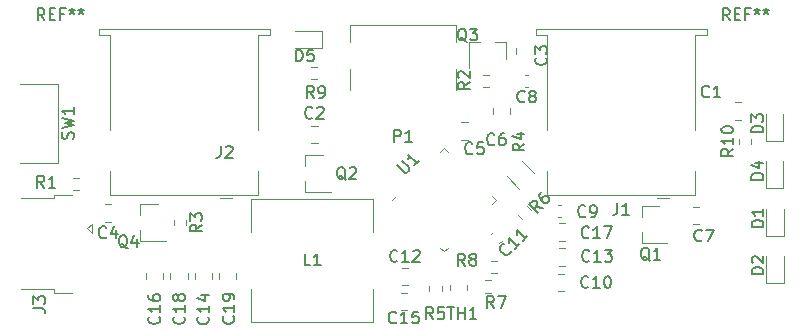
<source format=gbr>
%TF.GenerationSoftware,KiCad,Pcbnew,5.99.0-unknown-a8672dd2f9~128~ubuntu20.04.1*%
%TF.CreationDate,2021-05-09T18:34:14+01:00*%
%TF.ProjectId,usbpd_powerbank,75736270-645f-4706-9f77-657262616e6b,rev?*%
%TF.SameCoordinates,Original*%
%TF.FileFunction,Legend,Top*%
%TF.FilePolarity,Positive*%
%FSLAX46Y46*%
G04 Gerber Fmt 4.6, Leading zero omitted, Abs format (unit mm)*
G04 Created by KiCad (PCBNEW 5.99.0-unknown-a8672dd2f9~128~ubuntu20.04.1) date 2021-05-09 18:34:14*
%MOMM*%
%LPD*%
G01*
G04 APERTURE LIST*
%ADD10C,0.150000*%
%ADD11C,0.120000*%
G04 APERTURE END LIST*
D10*
%TO.C,C16*%
X84357142Y-84332857D02*
X84404761Y-84380476D01*
X84452380Y-84523333D01*
X84452380Y-84618571D01*
X84404761Y-84761428D01*
X84309523Y-84856666D01*
X84214285Y-84904285D01*
X84023809Y-84951904D01*
X83880952Y-84951904D01*
X83690476Y-84904285D01*
X83595238Y-84856666D01*
X83500000Y-84761428D01*
X83452380Y-84618571D01*
X83452380Y-84523333D01*
X83500000Y-84380476D01*
X83547619Y-84332857D01*
X84452380Y-83380476D02*
X84452380Y-83951904D01*
X84452380Y-83666190D02*
X83452380Y-83666190D01*
X83595238Y-83761428D01*
X83690476Y-83856666D01*
X83738095Y-83951904D01*
X83452380Y-82523333D02*
X83452380Y-82713809D01*
X83500000Y-82809047D01*
X83547619Y-82856666D01*
X83690476Y-82951904D01*
X83880952Y-82999523D01*
X84261904Y-82999523D01*
X84357142Y-82951904D01*
X84404761Y-82904285D01*
X84452380Y-82809047D01*
X84452380Y-82618571D01*
X84404761Y-82523333D01*
X84357142Y-82475714D01*
X84261904Y-82428095D01*
X84023809Y-82428095D01*
X83928571Y-82475714D01*
X83880952Y-82523333D01*
X83833333Y-82618571D01*
X83833333Y-82809047D01*
X83880952Y-82904285D01*
X83928571Y-82951904D01*
X84023809Y-82999523D01*
%TO.C,C3*%
X117117142Y-62406666D02*
X117164761Y-62454285D01*
X117212380Y-62597142D01*
X117212380Y-62692380D01*
X117164761Y-62835238D01*
X117069523Y-62930476D01*
X116974285Y-62978095D01*
X116783809Y-63025714D01*
X116640952Y-63025714D01*
X116450476Y-62978095D01*
X116355238Y-62930476D01*
X116260000Y-62835238D01*
X116212380Y-62692380D01*
X116212380Y-62597142D01*
X116260000Y-62454285D01*
X116307619Y-62406666D01*
X116212380Y-62073333D02*
X116212380Y-61454285D01*
X116593333Y-61787619D01*
X116593333Y-61644761D01*
X116640952Y-61549523D01*
X116688571Y-61501904D01*
X116783809Y-61454285D01*
X117021904Y-61454285D01*
X117117142Y-61501904D01*
X117164761Y-61549523D01*
X117212380Y-61644761D01*
X117212380Y-61930476D01*
X117164761Y-62025714D01*
X117117142Y-62073333D01*
%TO.C,Q4*%
X81694761Y-78557619D02*
X81599523Y-78510000D01*
X81504285Y-78414761D01*
X81361428Y-78271904D01*
X81266190Y-78224285D01*
X81170952Y-78224285D01*
X81218571Y-78462380D02*
X81123333Y-78414761D01*
X81028095Y-78319523D01*
X80980476Y-78129047D01*
X80980476Y-77795714D01*
X81028095Y-77605238D01*
X81123333Y-77510000D01*
X81218571Y-77462380D01*
X81409047Y-77462380D01*
X81504285Y-77510000D01*
X81599523Y-77605238D01*
X81647142Y-77795714D01*
X81647142Y-78129047D01*
X81599523Y-78319523D01*
X81504285Y-78414761D01*
X81409047Y-78462380D01*
X81218571Y-78462380D01*
X82504285Y-77795714D02*
X82504285Y-78462380D01*
X82266190Y-77414761D02*
X82028095Y-78129047D01*
X82647142Y-78129047D01*
%TO.C,R6*%
X116832030Y-75127732D02*
X116259610Y-75026717D01*
X116427969Y-75531793D02*
X115720862Y-74824687D01*
X115990236Y-74555312D01*
X116091251Y-74521641D01*
X116158595Y-74521641D01*
X116259610Y-74555312D01*
X116360625Y-74656328D01*
X116394297Y-74757343D01*
X116394297Y-74824687D01*
X116360625Y-74925702D01*
X116091251Y-75195076D01*
X116731015Y-73814534D02*
X116596328Y-73949221D01*
X116562656Y-74050236D01*
X116562656Y-74117580D01*
X116596328Y-74285938D01*
X116697343Y-74454297D01*
X116966717Y-74723671D01*
X117067732Y-74757343D01*
X117135076Y-74757343D01*
X117236091Y-74723671D01*
X117370778Y-74588984D01*
X117404450Y-74487969D01*
X117404450Y-74420625D01*
X117370778Y-74319610D01*
X117202419Y-74151251D01*
X117101404Y-74117580D01*
X117034061Y-74117580D01*
X116933045Y-74151251D01*
X116798358Y-74285938D01*
X116764687Y-74386954D01*
X116764687Y-74454297D01*
X116798358Y-74555312D01*
%TO.C,C9*%
X120453333Y-75827142D02*
X120405714Y-75874761D01*
X120262857Y-75922380D01*
X120167619Y-75922380D01*
X120024761Y-75874761D01*
X119929523Y-75779523D01*
X119881904Y-75684285D01*
X119834285Y-75493809D01*
X119834285Y-75350952D01*
X119881904Y-75160476D01*
X119929523Y-75065238D01*
X120024761Y-74970000D01*
X120167619Y-74922380D01*
X120262857Y-74922380D01*
X120405714Y-74970000D01*
X120453333Y-75017619D01*
X120929523Y-75922380D02*
X121120000Y-75922380D01*
X121215238Y-75874761D01*
X121262857Y-75827142D01*
X121358095Y-75684285D01*
X121405714Y-75493809D01*
X121405714Y-75112857D01*
X121358095Y-75017619D01*
X121310476Y-74970000D01*
X121215238Y-74922380D01*
X121024761Y-74922380D01*
X120929523Y-74970000D01*
X120881904Y-75017619D01*
X120834285Y-75112857D01*
X120834285Y-75350952D01*
X120881904Y-75446190D01*
X120929523Y-75493809D01*
X121024761Y-75541428D01*
X121215238Y-75541428D01*
X121310476Y-75493809D01*
X121358095Y-75446190D01*
X121405714Y-75350952D01*
%TO.C,R7*%
X112713333Y-83622380D02*
X112380000Y-83146190D01*
X112141904Y-83622380D02*
X112141904Y-82622380D01*
X112522857Y-82622380D01*
X112618095Y-82670000D01*
X112665714Y-82717619D01*
X112713333Y-82812857D01*
X112713333Y-82955714D01*
X112665714Y-83050952D01*
X112618095Y-83098571D01*
X112522857Y-83146190D01*
X112141904Y-83146190D01*
X113046666Y-82622380D02*
X113713333Y-82622380D01*
X113284761Y-83622380D01*
%TO.C,D4*%
X135522380Y-72738095D02*
X134522380Y-72738095D01*
X134522380Y-72500000D01*
X134570000Y-72357142D01*
X134665238Y-72261904D01*
X134760476Y-72214285D01*
X134950952Y-72166666D01*
X135093809Y-72166666D01*
X135284285Y-72214285D01*
X135379523Y-72261904D01*
X135474761Y-72357142D01*
X135522380Y-72500000D01*
X135522380Y-72738095D01*
X134855714Y-71309523D02*
X135522380Y-71309523D01*
X134474761Y-71547619D02*
X135189047Y-71785714D01*
X135189047Y-71166666D01*
%TO.C,C7*%
X130313333Y-77877142D02*
X130265714Y-77924761D01*
X130122857Y-77972380D01*
X130027619Y-77972380D01*
X129884761Y-77924761D01*
X129789523Y-77829523D01*
X129741904Y-77734285D01*
X129694285Y-77543809D01*
X129694285Y-77400952D01*
X129741904Y-77210476D01*
X129789523Y-77115238D01*
X129884761Y-77020000D01*
X130027619Y-76972380D01*
X130122857Y-76972380D01*
X130265714Y-77020000D01*
X130313333Y-77067619D01*
X130646666Y-76972380D02*
X131313333Y-76972380D01*
X130884761Y-77972380D01*
%TO.C,C17*%
X120757142Y-77607142D02*
X120709523Y-77654761D01*
X120566666Y-77702380D01*
X120471428Y-77702380D01*
X120328571Y-77654761D01*
X120233333Y-77559523D01*
X120185714Y-77464285D01*
X120138095Y-77273809D01*
X120138095Y-77130952D01*
X120185714Y-76940476D01*
X120233333Y-76845238D01*
X120328571Y-76750000D01*
X120471428Y-76702380D01*
X120566666Y-76702380D01*
X120709523Y-76750000D01*
X120757142Y-76797619D01*
X121709523Y-77702380D02*
X121138095Y-77702380D01*
X121423809Y-77702380D02*
X121423809Y-76702380D01*
X121328571Y-76845238D01*
X121233333Y-76940476D01*
X121138095Y-76988095D01*
X122042857Y-76702380D02*
X122709523Y-76702380D01*
X122280952Y-77702380D01*
%TO.C,C1*%
X130943333Y-65687142D02*
X130895714Y-65734761D01*
X130752857Y-65782380D01*
X130657619Y-65782380D01*
X130514761Y-65734761D01*
X130419523Y-65639523D01*
X130371904Y-65544285D01*
X130324285Y-65353809D01*
X130324285Y-65210952D01*
X130371904Y-65020476D01*
X130419523Y-64925238D01*
X130514761Y-64830000D01*
X130657619Y-64782380D01*
X130752857Y-64782380D01*
X130895714Y-64830000D01*
X130943333Y-64877619D01*
X131895714Y-65782380D02*
X131324285Y-65782380D01*
X131610000Y-65782380D02*
X131610000Y-64782380D01*
X131514761Y-64925238D01*
X131419523Y-65020476D01*
X131324285Y-65068095D01*
%TO.C,C10*%
X120707142Y-81807142D02*
X120659523Y-81854761D01*
X120516666Y-81902380D01*
X120421428Y-81902380D01*
X120278571Y-81854761D01*
X120183333Y-81759523D01*
X120135714Y-81664285D01*
X120088095Y-81473809D01*
X120088095Y-81330952D01*
X120135714Y-81140476D01*
X120183333Y-81045238D01*
X120278571Y-80950000D01*
X120421428Y-80902380D01*
X120516666Y-80902380D01*
X120659523Y-80950000D01*
X120707142Y-80997619D01*
X121659523Y-81902380D02*
X121088095Y-81902380D01*
X121373809Y-81902380D02*
X121373809Y-80902380D01*
X121278571Y-81045238D01*
X121183333Y-81140476D01*
X121088095Y-81188095D01*
X122278571Y-80902380D02*
X122373809Y-80902380D01*
X122469047Y-80950000D01*
X122516666Y-80997619D01*
X122564285Y-81092857D01*
X122611904Y-81283333D01*
X122611904Y-81521428D01*
X122564285Y-81711904D01*
X122516666Y-81807142D01*
X122469047Y-81854761D01*
X122373809Y-81902380D01*
X122278571Y-81902380D01*
X122183333Y-81854761D01*
X122135714Y-81807142D01*
X122088095Y-81711904D01*
X122040476Y-81521428D01*
X122040476Y-81283333D01*
X122088095Y-81092857D01*
X122135714Y-80997619D01*
X122183333Y-80950000D01*
X122278571Y-80902380D01*
%TO.C,C2*%
X97353333Y-67487142D02*
X97305714Y-67534761D01*
X97162857Y-67582380D01*
X97067619Y-67582380D01*
X96924761Y-67534761D01*
X96829523Y-67439523D01*
X96781904Y-67344285D01*
X96734285Y-67153809D01*
X96734285Y-67010952D01*
X96781904Y-66820476D01*
X96829523Y-66725238D01*
X96924761Y-66630000D01*
X97067619Y-66582380D01*
X97162857Y-66582380D01*
X97305714Y-66630000D01*
X97353333Y-66677619D01*
X97734285Y-66677619D02*
X97781904Y-66630000D01*
X97877142Y-66582380D01*
X98115238Y-66582380D01*
X98210476Y-66630000D01*
X98258095Y-66677619D01*
X98305714Y-66772857D01*
X98305714Y-66868095D01*
X98258095Y-67010952D01*
X97686666Y-67582380D01*
X98305714Y-67582380D01*
%TO.C,D2*%
X135542380Y-80738095D02*
X134542380Y-80738095D01*
X134542380Y-80500000D01*
X134590000Y-80357142D01*
X134685238Y-80261904D01*
X134780476Y-80214285D01*
X134970952Y-80166666D01*
X135113809Y-80166666D01*
X135304285Y-80214285D01*
X135399523Y-80261904D01*
X135494761Y-80357142D01*
X135542380Y-80500000D01*
X135542380Y-80738095D01*
X134637619Y-79785714D02*
X134590000Y-79738095D01*
X134542380Y-79642857D01*
X134542380Y-79404761D01*
X134590000Y-79309523D01*
X134637619Y-79261904D01*
X134732857Y-79214285D01*
X134828095Y-79214285D01*
X134970952Y-79261904D01*
X135542380Y-79833333D01*
X135542380Y-79214285D01*
%TO.C,Q3*%
X110404761Y-61057619D02*
X110309523Y-61010000D01*
X110214285Y-60914761D01*
X110071428Y-60771904D01*
X109976190Y-60724285D01*
X109880952Y-60724285D01*
X109928571Y-60962380D02*
X109833333Y-60914761D01*
X109738095Y-60819523D01*
X109690476Y-60629047D01*
X109690476Y-60295714D01*
X109738095Y-60105238D01*
X109833333Y-60010000D01*
X109928571Y-59962380D01*
X110119047Y-59962380D01*
X110214285Y-60010000D01*
X110309523Y-60105238D01*
X110357142Y-60295714D01*
X110357142Y-60629047D01*
X110309523Y-60819523D01*
X110214285Y-60914761D01*
X110119047Y-60962380D01*
X109928571Y-60962380D01*
X110690476Y-59962380D02*
X111309523Y-59962380D01*
X110976190Y-60343333D01*
X111119047Y-60343333D01*
X111214285Y-60390952D01*
X111261904Y-60438571D01*
X111309523Y-60533809D01*
X111309523Y-60771904D01*
X111261904Y-60867142D01*
X111214285Y-60914761D01*
X111119047Y-60962380D01*
X110833333Y-60962380D01*
X110738095Y-60914761D01*
X110690476Y-60867142D01*
%TO.C,C8*%
X115333333Y-66117142D02*
X115285714Y-66164761D01*
X115142857Y-66212380D01*
X115047619Y-66212380D01*
X114904761Y-66164761D01*
X114809523Y-66069523D01*
X114761904Y-65974285D01*
X114714285Y-65783809D01*
X114714285Y-65640952D01*
X114761904Y-65450476D01*
X114809523Y-65355238D01*
X114904761Y-65260000D01*
X115047619Y-65212380D01*
X115142857Y-65212380D01*
X115285714Y-65260000D01*
X115333333Y-65307619D01*
X115904761Y-65640952D02*
X115809523Y-65593333D01*
X115761904Y-65545714D01*
X115714285Y-65450476D01*
X115714285Y-65402857D01*
X115761904Y-65307619D01*
X115809523Y-65260000D01*
X115904761Y-65212380D01*
X116095238Y-65212380D01*
X116190476Y-65260000D01*
X116238095Y-65307619D01*
X116285714Y-65402857D01*
X116285714Y-65450476D01*
X116238095Y-65545714D01*
X116190476Y-65593333D01*
X116095238Y-65640952D01*
X115904761Y-65640952D01*
X115809523Y-65688571D01*
X115761904Y-65736190D01*
X115714285Y-65831428D01*
X115714285Y-66021904D01*
X115761904Y-66117142D01*
X115809523Y-66164761D01*
X115904761Y-66212380D01*
X116095238Y-66212380D01*
X116190476Y-66164761D01*
X116238095Y-66117142D01*
X116285714Y-66021904D01*
X116285714Y-65831428D01*
X116238095Y-65736190D01*
X116190476Y-65688571D01*
X116095238Y-65640952D01*
%TO.C,D3*%
X135522380Y-68738095D02*
X134522380Y-68738095D01*
X134522380Y-68500000D01*
X134570000Y-68357142D01*
X134665238Y-68261904D01*
X134760476Y-68214285D01*
X134950952Y-68166666D01*
X135093809Y-68166666D01*
X135284285Y-68214285D01*
X135379523Y-68261904D01*
X135474761Y-68357142D01*
X135522380Y-68500000D01*
X135522380Y-68738095D01*
X134522380Y-67833333D02*
X134522380Y-67214285D01*
X134903333Y-67547619D01*
X134903333Y-67404761D01*
X134950952Y-67309523D01*
X134998571Y-67261904D01*
X135093809Y-67214285D01*
X135331904Y-67214285D01*
X135427142Y-67261904D01*
X135474761Y-67309523D01*
X135522380Y-67404761D01*
X135522380Y-67690476D01*
X135474761Y-67785714D01*
X135427142Y-67833333D01*
%TO.C,Q1*%
X125904761Y-79607619D02*
X125809523Y-79560000D01*
X125714285Y-79464761D01*
X125571428Y-79321904D01*
X125476190Y-79274285D01*
X125380952Y-79274285D01*
X125428571Y-79512380D02*
X125333333Y-79464761D01*
X125238095Y-79369523D01*
X125190476Y-79179047D01*
X125190476Y-78845714D01*
X125238095Y-78655238D01*
X125333333Y-78560000D01*
X125428571Y-78512380D01*
X125619047Y-78512380D01*
X125714285Y-78560000D01*
X125809523Y-78655238D01*
X125857142Y-78845714D01*
X125857142Y-79179047D01*
X125809523Y-79369523D01*
X125714285Y-79464761D01*
X125619047Y-79512380D01*
X125428571Y-79512380D01*
X126809523Y-79512380D02*
X126238095Y-79512380D01*
X126523809Y-79512380D02*
X126523809Y-78512380D01*
X126428571Y-78655238D01*
X126333333Y-78750476D01*
X126238095Y-78798095D01*
%TO.C,P1*%
X104261904Y-69532380D02*
X104261904Y-68532380D01*
X104642857Y-68532380D01*
X104738095Y-68580000D01*
X104785714Y-68627619D01*
X104833333Y-68722857D01*
X104833333Y-68865714D01*
X104785714Y-68960952D01*
X104738095Y-69008571D01*
X104642857Y-69056190D01*
X104261904Y-69056190D01*
X105785714Y-69532380D02*
X105214285Y-69532380D01*
X105500000Y-69532380D02*
X105500000Y-68532380D01*
X105404761Y-68675238D01*
X105309523Y-68770476D01*
X105214285Y-68818095D01*
%TO.C,C18*%
X86447142Y-84332857D02*
X86494761Y-84380476D01*
X86542380Y-84523333D01*
X86542380Y-84618571D01*
X86494761Y-84761428D01*
X86399523Y-84856666D01*
X86304285Y-84904285D01*
X86113809Y-84951904D01*
X85970952Y-84951904D01*
X85780476Y-84904285D01*
X85685238Y-84856666D01*
X85590000Y-84761428D01*
X85542380Y-84618571D01*
X85542380Y-84523333D01*
X85590000Y-84380476D01*
X85637619Y-84332857D01*
X86542380Y-83380476D02*
X86542380Y-83951904D01*
X86542380Y-83666190D02*
X85542380Y-83666190D01*
X85685238Y-83761428D01*
X85780476Y-83856666D01*
X85828095Y-83951904D01*
X85970952Y-82809047D02*
X85923333Y-82904285D01*
X85875714Y-82951904D01*
X85780476Y-82999523D01*
X85732857Y-82999523D01*
X85637619Y-82951904D01*
X85590000Y-82904285D01*
X85542380Y-82809047D01*
X85542380Y-82618571D01*
X85590000Y-82523333D01*
X85637619Y-82475714D01*
X85732857Y-82428095D01*
X85780476Y-82428095D01*
X85875714Y-82475714D01*
X85923333Y-82523333D01*
X85970952Y-82618571D01*
X85970952Y-82809047D01*
X86018571Y-82904285D01*
X86066190Y-82951904D01*
X86161428Y-82999523D01*
X86351904Y-82999523D01*
X86447142Y-82951904D01*
X86494761Y-82904285D01*
X86542380Y-82809047D01*
X86542380Y-82618571D01*
X86494761Y-82523333D01*
X86447142Y-82475714D01*
X86351904Y-82428095D01*
X86161428Y-82428095D01*
X86066190Y-82475714D01*
X86018571Y-82523333D01*
X85970952Y-82618571D01*
%TO.C,TH1*%
X108764285Y-83522380D02*
X109335714Y-83522380D01*
X109050000Y-84522380D02*
X109050000Y-83522380D01*
X109669047Y-84522380D02*
X109669047Y-83522380D01*
X109669047Y-83998571D02*
X110240476Y-83998571D01*
X110240476Y-84522380D02*
X110240476Y-83522380D01*
X111240476Y-84522380D02*
X110669047Y-84522380D01*
X110954761Y-84522380D02*
X110954761Y-83522380D01*
X110859523Y-83665238D01*
X110764285Y-83760476D01*
X110669047Y-83808095D01*
%TO.C,J1*%
X123166666Y-74712380D02*
X123166666Y-75426666D01*
X123119047Y-75569523D01*
X123023809Y-75664761D01*
X122880952Y-75712380D01*
X122785714Y-75712380D01*
X124166666Y-75712380D02*
X123595238Y-75712380D01*
X123880952Y-75712380D02*
X123880952Y-74712380D01*
X123785714Y-74855238D01*
X123690476Y-74950476D01*
X123595238Y-74998095D01*
%TO.C,R5*%
X107573333Y-84552380D02*
X107240000Y-84076190D01*
X107001904Y-84552380D02*
X107001904Y-83552380D01*
X107382857Y-83552380D01*
X107478095Y-83600000D01*
X107525714Y-83647619D01*
X107573333Y-83742857D01*
X107573333Y-83885714D01*
X107525714Y-83980952D01*
X107478095Y-84028571D01*
X107382857Y-84076190D01*
X107001904Y-84076190D01*
X108478095Y-83552380D02*
X108001904Y-83552380D01*
X107954285Y-84028571D01*
X108001904Y-83980952D01*
X108097142Y-83933333D01*
X108335238Y-83933333D01*
X108430476Y-83980952D01*
X108478095Y-84028571D01*
X108525714Y-84123809D01*
X108525714Y-84361904D01*
X108478095Y-84457142D01*
X108430476Y-84504761D01*
X108335238Y-84552380D01*
X108097142Y-84552380D01*
X108001904Y-84504761D01*
X107954285Y-84457142D01*
%TO.C,C14*%
X88497142Y-84362857D02*
X88544761Y-84410476D01*
X88592380Y-84553333D01*
X88592380Y-84648571D01*
X88544761Y-84791428D01*
X88449523Y-84886666D01*
X88354285Y-84934285D01*
X88163809Y-84981904D01*
X88020952Y-84981904D01*
X87830476Y-84934285D01*
X87735238Y-84886666D01*
X87640000Y-84791428D01*
X87592380Y-84648571D01*
X87592380Y-84553333D01*
X87640000Y-84410476D01*
X87687619Y-84362857D01*
X88592380Y-83410476D02*
X88592380Y-83981904D01*
X88592380Y-83696190D02*
X87592380Y-83696190D01*
X87735238Y-83791428D01*
X87830476Y-83886666D01*
X87878095Y-83981904D01*
X87925714Y-82553333D02*
X88592380Y-82553333D01*
X87544761Y-82791428D02*
X88259047Y-83029523D01*
X88259047Y-82410476D01*
%TO.C,R9*%
X97473333Y-65812380D02*
X97140000Y-65336190D01*
X96901904Y-65812380D02*
X96901904Y-64812380D01*
X97282857Y-64812380D01*
X97378095Y-64860000D01*
X97425714Y-64907619D01*
X97473333Y-65002857D01*
X97473333Y-65145714D01*
X97425714Y-65240952D01*
X97378095Y-65288571D01*
X97282857Y-65336190D01*
X96901904Y-65336190D01*
X97949523Y-65812380D02*
X98140000Y-65812380D01*
X98235238Y-65764761D01*
X98282857Y-65717142D01*
X98378095Y-65574285D01*
X98425714Y-65383809D01*
X98425714Y-65002857D01*
X98378095Y-64907619D01*
X98330476Y-64860000D01*
X98235238Y-64812380D01*
X98044761Y-64812380D01*
X97949523Y-64860000D01*
X97901904Y-64907619D01*
X97854285Y-65002857D01*
X97854285Y-65240952D01*
X97901904Y-65336190D01*
X97949523Y-65383809D01*
X98044761Y-65431428D01*
X98235238Y-65431428D01*
X98330476Y-65383809D01*
X98378095Y-65336190D01*
X98425714Y-65240952D01*
%TO.C,C11*%
X114127969Y-78787106D02*
X114127969Y-78854450D01*
X114060625Y-78989137D01*
X113993282Y-79056480D01*
X113858595Y-79123824D01*
X113723908Y-79123824D01*
X113622893Y-79090152D01*
X113454534Y-78989137D01*
X113353519Y-78888122D01*
X113252503Y-78719763D01*
X113218832Y-78618748D01*
X113218832Y-78484061D01*
X113286175Y-78349374D01*
X113353519Y-78282030D01*
X113488206Y-78214687D01*
X113555549Y-78214687D01*
X114868748Y-78181015D02*
X114464687Y-78585076D01*
X114666717Y-78383045D02*
X113959610Y-77675938D01*
X113993282Y-77844297D01*
X113993282Y-77978984D01*
X113959610Y-78080000D01*
X115542183Y-77507580D02*
X115138122Y-77911641D01*
X115340152Y-77709610D02*
X114633045Y-77002503D01*
X114666717Y-77170862D01*
X114666717Y-77305549D01*
X114633045Y-77406564D01*
%TO.C,Q2*%
X100164761Y-72777619D02*
X100069523Y-72730000D01*
X99974285Y-72634761D01*
X99831428Y-72491904D01*
X99736190Y-72444285D01*
X99640952Y-72444285D01*
X99688571Y-72682380D02*
X99593333Y-72634761D01*
X99498095Y-72539523D01*
X99450476Y-72349047D01*
X99450476Y-72015714D01*
X99498095Y-71825238D01*
X99593333Y-71730000D01*
X99688571Y-71682380D01*
X99879047Y-71682380D01*
X99974285Y-71730000D01*
X100069523Y-71825238D01*
X100117142Y-72015714D01*
X100117142Y-72349047D01*
X100069523Y-72539523D01*
X99974285Y-72634761D01*
X99879047Y-72682380D01*
X99688571Y-72682380D01*
X100498095Y-71777619D02*
X100545714Y-71730000D01*
X100640952Y-71682380D01*
X100879047Y-71682380D01*
X100974285Y-71730000D01*
X101021904Y-71777619D01*
X101069523Y-71872857D01*
X101069523Y-71968095D01*
X101021904Y-72110952D01*
X100450476Y-72682380D01*
X101069523Y-72682380D01*
%TO.C,R10*%
X132972380Y-70142857D02*
X132496190Y-70476190D01*
X132972380Y-70714285D02*
X131972380Y-70714285D01*
X131972380Y-70333333D01*
X132020000Y-70238095D01*
X132067619Y-70190476D01*
X132162857Y-70142857D01*
X132305714Y-70142857D01*
X132400952Y-70190476D01*
X132448571Y-70238095D01*
X132496190Y-70333333D01*
X132496190Y-70714285D01*
X132972380Y-69190476D02*
X132972380Y-69761904D01*
X132972380Y-69476190D02*
X131972380Y-69476190D01*
X132115238Y-69571428D01*
X132210476Y-69666666D01*
X132258095Y-69761904D01*
X131972380Y-68571428D02*
X131972380Y-68476190D01*
X132020000Y-68380952D01*
X132067619Y-68333333D01*
X132162857Y-68285714D01*
X132353333Y-68238095D01*
X132591428Y-68238095D01*
X132781904Y-68285714D01*
X132877142Y-68333333D01*
X132924761Y-68380952D01*
X132972380Y-68476190D01*
X132972380Y-68571428D01*
X132924761Y-68666666D01*
X132877142Y-68714285D01*
X132781904Y-68761904D01*
X132591428Y-68809523D01*
X132353333Y-68809523D01*
X132162857Y-68761904D01*
X132067619Y-68714285D01*
X132020000Y-68666666D01*
X131972380Y-68571428D01*
%TO.C,U1*%
X104553467Y-71540963D02*
X105125887Y-72113383D01*
X105226902Y-72147055D01*
X105294246Y-72147055D01*
X105395261Y-72113383D01*
X105529948Y-71978696D01*
X105563620Y-71877681D01*
X105563620Y-71810337D01*
X105529948Y-71709322D01*
X104957528Y-71136902D01*
X106371742Y-71136902D02*
X105967681Y-71540963D01*
X106169711Y-71338933D02*
X105462605Y-70631826D01*
X105496276Y-70800185D01*
X105496276Y-70934872D01*
X105462605Y-71035887D01*
%TO.C,C4*%
X79893333Y-77617142D02*
X79845714Y-77664761D01*
X79702857Y-77712380D01*
X79607619Y-77712380D01*
X79464761Y-77664761D01*
X79369523Y-77569523D01*
X79321904Y-77474285D01*
X79274285Y-77283809D01*
X79274285Y-77140952D01*
X79321904Y-76950476D01*
X79369523Y-76855238D01*
X79464761Y-76760000D01*
X79607619Y-76712380D01*
X79702857Y-76712380D01*
X79845714Y-76760000D01*
X79893333Y-76807619D01*
X80750476Y-77045714D02*
X80750476Y-77712380D01*
X80512380Y-76664761D02*
X80274285Y-77379047D01*
X80893333Y-77379047D01*
%TO.C,REF\u002A\u002A*%
X74666666Y-59252380D02*
X74333333Y-58776190D01*
X74095238Y-59252380D02*
X74095238Y-58252380D01*
X74476190Y-58252380D01*
X74571428Y-58300000D01*
X74619047Y-58347619D01*
X74666666Y-58442857D01*
X74666666Y-58585714D01*
X74619047Y-58680952D01*
X74571428Y-58728571D01*
X74476190Y-58776190D01*
X74095238Y-58776190D01*
X75095238Y-58728571D02*
X75428571Y-58728571D01*
X75571428Y-59252380D02*
X75095238Y-59252380D01*
X75095238Y-58252380D01*
X75571428Y-58252380D01*
X76333333Y-58728571D02*
X76000000Y-58728571D01*
X76000000Y-59252380D02*
X76000000Y-58252380D01*
X76476190Y-58252380D01*
X77000000Y-58252380D02*
X77000000Y-58490476D01*
X76761904Y-58395238D02*
X77000000Y-58490476D01*
X77238095Y-58395238D01*
X76857142Y-58680952D02*
X77000000Y-58490476D01*
X77142857Y-58680952D01*
X77761904Y-58252380D02*
X77761904Y-58490476D01*
X77523809Y-58395238D02*
X77761904Y-58490476D01*
X78000000Y-58395238D01*
X77619047Y-58680952D02*
X77761904Y-58490476D01*
X77904761Y-58680952D01*
%TO.C,C12*%
X104537142Y-79607142D02*
X104489523Y-79654761D01*
X104346666Y-79702380D01*
X104251428Y-79702380D01*
X104108571Y-79654761D01*
X104013333Y-79559523D01*
X103965714Y-79464285D01*
X103918095Y-79273809D01*
X103918095Y-79130952D01*
X103965714Y-78940476D01*
X104013333Y-78845238D01*
X104108571Y-78750000D01*
X104251428Y-78702380D01*
X104346666Y-78702380D01*
X104489523Y-78750000D01*
X104537142Y-78797619D01*
X105489523Y-79702380D02*
X104918095Y-79702380D01*
X105203809Y-79702380D02*
X105203809Y-78702380D01*
X105108571Y-78845238D01*
X105013333Y-78940476D01*
X104918095Y-78988095D01*
X105870476Y-78797619D02*
X105918095Y-78750000D01*
X106013333Y-78702380D01*
X106251428Y-78702380D01*
X106346666Y-78750000D01*
X106394285Y-78797619D01*
X106441904Y-78892857D01*
X106441904Y-78988095D01*
X106394285Y-79130952D01*
X105822857Y-79702380D01*
X106441904Y-79702380D01*
%TO.C,C15*%
X104447142Y-84827142D02*
X104399523Y-84874761D01*
X104256666Y-84922380D01*
X104161428Y-84922380D01*
X104018571Y-84874761D01*
X103923333Y-84779523D01*
X103875714Y-84684285D01*
X103828095Y-84493809D01*
X103828095Y-84350952D01*
X103875714Y-84160476D01*
X103923333Y-84065238D01*
X104018571Y-83970000D01*
X104161428Y-83922380D01*
X104256666Y-83922380D01*
X104399523Y-83970000D01*
X104447142Y-84017619D01*
X105399523Y-84922380D02*
X104828095Y-84922380D01*
X105113809Y-84922380D02*
X105113809Y-83922380D01*
X105018571Y-84065238D01*
X104923333Y-84160476D01*
X104828095Y-84208095D01*
X106304285Y-83922380D02*
X105828095Y-83922380D01*
X105780476Y-84398571D01*
X105828095Y-84350952D01*
X105923333Y-84303333D01*
X106161428Y-84303333D01*
X106256666Y-84350952D01*
X106304285Y-84398571D01*
X106351904Y-84493809D01*
X106351904Y-84731904D01*
X106304285Y-84827142D01*
X106256666Y-84874761D01*
X106161428Y-84922380D01*
X105923333Y-84922380D01*
X105828095Y-84874761D01*
X105780476Y-84827142D01*
%TO.C,SW1*%
X77084761Y-69303333D02*
X77132380Y-69160476D01*
X77132380Y-68922380D01*
X77084761Y-68827142D01*
X77037142Y-68779523D01*
X76941904Y-68731904D01*
X76846666Y-68731904D01*
X76751428Y-68779523D01*
X76703809Y-68827142D01*
X76656190Y-68922380D01*
X76608571Y-69112857D01*
X76560952Y-69208095D01*
X76513333Y-69255714D01*
X76418095Y-69303333D01*
X76322857Y-69303333D01*
X76227619Y-69255714D01*
X76180000Y-69208095D01*
X76132380Y-69112857D01*
X76132380Y-68874761D01*
X76180000Y-68731904D01*
X76132380Y-68398571D02*
X77132380Y-68160476D01*
X76418095Y-67970000D01*
X77132380Y-67779523D01*
X76132380Y-67541428D01*
X77132380Y-66636666D02*
X77132380Y-67208095D01*
X77132380Y-66922380D02*
X76132380Y-66922380D01*
X76275238Y-67017619D01*
X76370476Y-67112857D01*
X76418095Y-67208095D01*
%TO.C,R1*%
X74633333Y-73422380D02*
X74300000Y-72946190D01*
X74061904Y-73422380D02*
X74061904Y-72422380D01*
X74442857Y-72422380D01*
X74538095Y-72470000D01*
X74585714Y-72517619D01*
X74633333Y-72612857D01*
X74633333Y-72755714D01*
X74585714Y-72850952D01*
X74538095Y-72898571D01*
X74442857Y-72946190D01*
X74061904Y-72946190D01*
X75585714Y-73422380D02*
X75014285Y-73422380D01*
X75300000Y-73422380D02*
X75300000Y-72422380D01*
X75204761Y-72565238D01*
X75109523Y-72660476D01*
X75014285Y-72708095D01*
%TO.C,D5*%
X95941904Y-62742380D02*
X95941904Y-61742380D01*
X96180000Y-61742380D01*
X96322857Y-61790000D01*
X96418095Y-61885238D01*
X96465714Y-61980476D01*
X96513333Y-62170952D01*
X96513333Y-62313809D01*
X96465714Y-62504285D01*
X96418095Y-62599523D01*
X96322857Y-62694761D01*
X96180000Y-62742380D01*
X95941904Y-62742380D01*
X97418095Y-61742380D02*
X96941904Y-61742380D01*
X96894285Y-62218571D01*
X96941904Y-62170952D01*
X97037142Y-62123333D01*
X97275238Y-62123333D01*
X97370476Y-62170952D01*
X97418095Y-62218571D01*
X97465714Y-62313809D01*
X97465714Y-62551904D01*
X97418095Y-62647142D01*
X97370476Y-62694761D01*
X97275238Y-62742380D01*
X97037142Y-62742380D01*
X96941904Y-62694761D01*
X96894285Y-62647142D01*
%TO.C,C6*%
X112753333Y-69737142D02*
X112705714Y-69784761D01*
X112562857Y-69832380D01*
X112467619Y-69832380D01*
X112324761Y-69784761D01*
X112229523Y-69689523D01*
X112181904Y-69594285D01*
X112134285Y-69403809D01*
X112134285Y-69260952D01*
X112181904Y-69070476D01*
X112229523Y-68975238D01*
X112324761Y-68880000D01*
X112467619Y-68832380D01*
X112562857Y-68832380D01*
X112705714Y-68880000D01*
X112753333Y-68927619D01*
X113610476Y-68832380D02*
X113420000Y-68832380D01*
X113324761Y-68880000D01*
X113277142Y-68927619D01*
X113181904Y-69070476D01*
X113134285Y-69260952D01*
X113134285Y-69641904D01*
X113181904Y-69737142D01*
X113229523Y-69784761D01*
X113324761Y-69832380D01*
X113515238Y-69832380D01*
X113610476Y-69784761D01*
X113658095Y-69737142D01*
X113705714Y-69641904D01*
X113705714Y-69403809D01*
X113658095Y-69308571D01*
X113610476Y-69260952D01*
X113515238Y-69213333D01*
X113324761Y-69213333D01*
X113229523Y-69260952D01*
X113181904Y-69308571D01*
X113134285Y-69403809D01*
%TO.C,R4*%
X115302380Y-69696666D02*
X114826190Y-70030000D01*
X115302380Y-70268095D02*
X114302380Y-70268095D01*
X114302380Y-69887142D01*
X114350000Y-69791904D01*
X114397619Y-69744285D01*
X114492857Y-69696666D01*
X114635714Y-69696666D01*
X114730952Y-69744285D01*
X114778571Y-69791904D01*
X114826190Y-69887142D01*
X114826190Y-70268095D01*
X114635714Y-68839523D02*
X115302380Y-68839523D01*
X114254761Y-69077619D02*
X114969047Y-69315714D01*
X114969047Y-68696666D01*
%TO.C,C13*%
X120797142Y-79597142D02*
X120749523Y-79644761D01*
X120606666Y-79692380D01*
X120511428Y-79692380D01*
X120368571Y-79644761D01*
X120273333Y-79549523D01*
X120225714Y-79454285D01*
X120178095Y-79263809D01*
X120178095Y-79120952D01*
X120225714Y-78930476D01*
X120273333Y-78835238D01*
X120368571Y-78740000D01*
X120511428Y-78692380D01*
X120606666Y-78692380D01*
X120749523Y-78740000D01*
X120797142Y-78787619D01*
X121749523Y-79692380D02*
X121178095Y-79692380D01*
X121463809Y-79692380D02*
X121463809Y-78692380D01*
X121368571Y-78835238D01*
X121273333Y-78930476D01*
X121178095Y-78978095D01*
X122082857Y-78692380D02*
X122701904Y-78692380D01*
X122368571Y-79073333D01*
X122511428Y-79073333D01*
X122606666Y-79120952D01*
X122654285Y-79168571D01*
X122701904Y-79263809D01*
X122701904Y-79501904D01*
X122654285Y-79597142D01*
X122606666Y-79644761D01*
X122511428Y-79692380D01*
X122225714Y-79692380D01*
X122130476Y-79644761D01*
X122082857Y-79597142D01*
%TO.C,C19*%
X90647142Y-84312857D02*
X90694761Y-84360476D01*
X90742380Y-84503333D01*
X90742380Y-84598571D01*
X90694761Y-84741428D01*
X90599523Y-84836666D01*
X90504285Y-84884285D01*
X90313809Y-84931904D01*
X90170952Y-84931904D01*
X89980476Y-84884285D01*
X89885238Y-84836666D01*
X89790000Y-84741428D01*
X89742380Y-84598571D01*
X89742380Y-84503333D01*
X89790000Y-84360476D01*
X89837619Y-84312857D01*
X90742380Y-83360476D02*
X90742380Y-83931904D01*
X90742380Y-83646190D02*
X89742380Y-83646190D01*
X89885238Y-83741428D01*
X89980476Y-83836666D01*
X90028095Y-83931904D01*
X90742380Y-82884285D02*
X90742380Y-82693809D01*
X90694761Y-82598571D01*
X90647142Y-82550952D01*
X90504285Y-82455714D01*
X90313809Y-82408095D01*
X89932857Y-82408095D01*
X89837619Y-82455714D01*
X89790000Y-82503333D01*
X89742380Y-82598571D01*
X89742380Y-82789047D01*
X89790000Y-82884285D01*
X89837619Y-82931904D01*
X89932857Y-82979523D01*
X90170952Y-82979523D01*
X90266190Y-82931904D01*
X90313809Y-82884285D01*
X90361428Y-82789047D01*
X90361428Y-82598571D01*
X90313809Y-82503333D01*
X90266190Y-82455714D01*
X90170952Y-82408095D01*
%TO.C,C5*%
X110903333Y-70497142D02*
X110855714Y-70544761D01*
X110712857Y-70592380D01*
X110617619Y-70592380D01*
X110474761Y-70544761D01*
X110379523Y-70449523D01*
X110331904Y-70354285D01*
X110284285Y-70163809D01*
X110284285Y-70020952D01*
X110331904Y-69830476D01*
X110379523Y-69735238D01*
X110474761Y-69640000D01*
X110617619Y-69592380D01*
X110712857Y-69592380D01*
X110855714Y-69640000D01*
X110903333Y-69687619D01*
X111808095Y-69592380D02*
X111331904Y-69592380D01*
X111284285Y-70068571D01*
X111331904Y-70020952D01*
X111427142Y-69973333D01*
X111665238Y-69973333D01*
X111760476Y-70020952D01*
X111808095Y-70068571D01*
X111855714Y-70163809D01*
X111855714Y-70401904D01*
X111808095Y-70497142D01*
X111760476Y-70544761D01*
X111665238Y-70592380D01*
X111427142Y-70592380D01*
X111331904Y-70544761D01*
X111284285Y-70497142D01*
%TO.C,L1*%
X97183333Y-80002380D02*
X96707142Y-80002380D01*
X96707142Y-79002380D01*
X98040476Y-80002380D02*
X97469047Y-80002380D01*
X97754761Y-80002380D02*
X97754761Y-79002380D01*
X97659523Y-79145238D01*
X97564285Y-79240476D01*
X97469047Y-79288095D01*
%TO.C,R8*%
X110263333Y-80032380D02*
X109930000Y-79556190D01*
X109691904Y-80032380D02*
X109691904Y-79032380D01*
X110072857Y-79032380D01*
X110168095Y-79080000D01*
X110215714Y-79127619D01*
X110263333Y-79222857D01*
X110263333Y-79365714D01*
X110215714Y-79460952D01*
X110168095Y-79508571D01*
X110072857Y-79556190D01*
X109691904Y-79556190D01*
X110834761Y-79460952D02*
X110739523Y-79413333D01*
X110691904Y-79365714D01*
X110644285Y-79270476D01*
X110644285Y-79222857D01*
X110691904Y-79127619D01*
X110739523Y-79080000D01*
X110834761Y-79032380D01*
X111025238Y-79032380D01*
X111120476Y-79080000D01*
X111168095Y-79127619D01*
X111215714Y-79222857D01*
X111215714Y-79270476D01*
X111168095Y-79365714D01*
X111120476Y-79413333D01*
X111025238Y-79460952D01*
X110834761Y-79460952D01*
X110739523Y-79508571D01*
X110691904Y-79556190D01*
X110644285Y-79651428D01*
X110644285Y-79841904D01*
X110691904Y-79937142D01*
X110739523Y-79984761D01*
X110834761Y-80032380D01*
X111025238Y-80032380D01*
X111120476Y-79984761D01*
X111168095Y-79937142D01*
X111215714Y-79841904D01*
X111215714Y-79651428D01*
X111168095Y-79556190D01*
X111120476Y-79508571D01*
X111025238Y-79460952D01*
%TO.C,D1*%
X135532380Y-76738095D02*
X134532380Y-76738095D01*
X134532380Y-76500000D01*
X134580000Y-76357142D01*
X134675238Y-76261904D01*
X134770476Y-76214285D01*
X134960952Y-76166666D01*
X135103809Y-76166666D01*
X135294285Y-76214285D01*
X135389523Y-76261904D01*
X135484761Y-76357142D01*
X135532380Y-76500000D01*
X135532380Y-76738095D01*
X135532380Y-75214285D02*
X135532380Y-75785714D01*
X135532380Y-75500000D02*
X134532380Y-75500000D01*
X134675238Y-75595238D01*
X134770476Y-75690476D01*
X134818095Y-75785714D01*
%TO.C,J2*%
X89586666Y-69892380D02*
X89586666Y-70606666D01*
X89539047Y-70749523D01*
X89443809Y-70844761D01*
X89300952Y-70892380D01*
X89205714Y-70892380D01*
X90015238Y-69987619D02*
X90062857Y-69940000D01*
X90158095Y-69892380D01*
X90396190Y-69892380D01*
X90491428Y-69940000D01*
X90539047Y-69987619D01*
X90586666Y-70082857D01*
X90586666Y-70178095D01*
X90539047Y-70320952D01*
X89967619Y-70892380D01*
X90586666Y-70892380D01*
%TO.C,J3*%
X73722380Y-83633333D02*
X74436666Y-83633333D01*
X74579523Y-83680952D01*
X74674761Y-83776190D01*
X74722380Y-83919047D01*
X74722380Y-84014285D01*
X73722380Y-83252380D02*
X73722380Y-82633333D01*
X74103333Y-82966666D01*
X74103333Y-82823809D01*
X74150952Y-82728571D01*
X74198571Y-82680952D01*
X74293809Y-82633333D01*
X74531904Y-82633333D01*
X74627142Y-82680952D01*
X74674761Y-82728571D01*
X74722380Y-82823809D01*
X74722380Y-83109523D01*
X74674761Y-83204761D01*
X74627142Y-83252380D01*
%TO.C,R2*%
X110662380Y-64496666D02*
X110186190Y-64830000D01*
X110662380Y-65068095D02*
X109662380Y-65068095D01*
X109662380Y-64687142D01*
X109710000Y-64591904D01*
X109757619Y-64544285D01*
X109852857Y-64496666D01*
X109995714Y-64496666D01*
X110090952Y-64544285D01*
X110138571Y-64591904D01*
X110186190Y-64687142D01*
X110186190Y-65068095D01*
X109757619Y-64115714D02*
X109710000Y-64068095D01*
X109662380Y-63972857D01*
X109662380Y-63734761D01*
X109710000Y-63639523D01*
X109757619Y-63591904D01*
X109852857Y-63544285D01*
X109948095Y-63544285D01*
X110090952Y-63591904D01*
X110662380Y-64163333D01*
X110662380Y-63544285D01*
%TO.C,R3*%
X88002380Y-76556666D02*
X87526190Y-76890000D01*
X88002380Y-77128095D02*
X87002380Y-77128095D01*
X87002380Y-76747142D01*
X87050000Y-76651904D01*
X87097619Y-76604285D01*
X87192857Y-76556666D01*
X87335714Y-76556666D01*
X87430952Y-76604285D01*
X87478571Y-76651904D01*
X87526190Y-76747142D01*
X87526190Y-77128095D01*
X87002380Y-76223333D02*
X87002380Y-75604285D01*
X87383333Y-75937619D01*
X87383333Y-75794761D01*
X87430952Y-75699523D01*
X87478571Y-75651904D01*
X87573809Y-75604285D01*
X87811904Y-75604285D01*
X87907142Y-75651904D01*
X87954761Y-75699523D01*
X88002380Y-75794761D01*
X88002380Y-76080476D01*
X87954761Y-76175714D01*
X87907142Y-76223333D01*
%TO.C,REF\u002A\u002A*%
X132666666Y-59252380D02*
X132333333Y-58776190D01*
X132095238Y-59252380D02*
X132095238Y-58252380D01*
X132476190Y-58252380D01*
X132571428Y-58300000D01*
X132619047Y-58347619D01*
X132666666Y-58442857D01*
X132666666Y-58585714D01*
X132619047Y-58680952D01*
X132571428Y-58728571D01*
X132476190Y-58776190D01*
X132095238Y-58776190D01*
X133095238Y-58728571D02*
X133428571Y-58728571D01*
X133571428Y-59252380D02*
X133095238Y-59252380D01*
X133095238Y-58252380D01*
X133571428Y-58252380D01*
X134333333Y-58728571D02*
X134000000Y-58728571D01*
X134000000Y-59252380D02*
X134000000Y-58252380D01*
X134476190Y-58252380D01*
X135000000Y-58252380D02*
X135000000Y-58490476D01*
X134761904Y-58395238D02*
X135000000Y-58490476D01*
X135238095Y-58395238D01*
X134857142Y-58680952D02*
X135000000Y-58490476D01*
X135142857Y-58680952D01*
X135761904Y-58252380D02*
X135761904Y-58490476D01*
X135523809Y-58395238D02*
X135761904Y-58490476D01*
X136000000Y-58395238D01*
X135619047Y-58680952D02*
X135761904Y-58490476D01*
X135904761Y-58680952D01*
D11*
%TO.C,C16*%
X83265000Y-80618748D02*
X83265000Y-81141252D01*
X84735000Y-80618748D02*
X84735000Y-81141252D01*
%TO.C,C3*%
X114605000Y-61618748D02*
X114605000Y-62141252D01*
X116075000Y-61618748D02*
X116075000Y-62141252D01*
%TO.C,Q4*%
X82790000Y-74770000D02*
X82790000Y-75700000D01*
X82790000Y-74770000D02*
X84250000Y-74770000D01*
X82790000Y-77930000D02*
X84950000Y-77930000D01*
X82790000Y-77930000D02*
X82790000Y-77000000D01*
%TO.C,R6*%
X115521697Y-75012770D02*
X115857230Y-75348303D01*
X114782770Y-75751697D02*
X115118303Y-76087230D01*
%TO.C,C9*%
X118400580Y-75900000D02*
X118119420Y-75900000D01*
X118400580Y-74880000D02*
X118119420Y-74880000D01*
%TO.C,R7*%
X111962742Y-82322500D02*
X112437258Y-82322500D01*
X111962742Y-81277500D02*
X112437258Y-81277500D01*
%TO.C,D4*%
X135765000Y-71200000D02*
X135765000Y-73485000D01*
X135765000Y-73485000D02*
X137235000Y-73485000D01*
X137235000Y-73485000D02*
X137235000Y-71200000D01*
%TO.C,C7*%
X130111252Y-75055000D02*
X129588748Y-75055000D01*
X130111252Y-76525000D02*
X129588748Y-76525000D01*
%TO.C,C17*%
X118218748Y-76455000D02*
X118741252Y-76455000D01*
X118218748Y-77925000D02*
X118741252Y-77925000D01*
%TO.C,C1*%
X133118748Y-66185000D02*
X133641252Y-66185000D01*
X133118748Y-67655000D02*
X133641252Y-67655000D01*
%TO.C,C10*%
X118168748Y-82185000D02*
X118691252Y-82185000D01*
X118168748Y-80715000D02*
X118691252Y-80715000D01*
%TO.C,C2*%
X97781252Y-69665000D02*
X97258748Y-69665000D01*
X97781252Y-68195000D02*
X97258748Y-68195000D01*
%TO.C,D2*%
X137255000Y-81485000D02*
X137255000Y-79200000D01*
X135785000Y-79200000D02*
X135785000Y-81485000D01*
X135785000Y-81485000D02*
X137255000Y-81485000D01*
%TO.C,Q3*%
X113780000Y-61110000D02*
X113780000Y-62570000D01*
X110620000Y-61110000D02*
X110620000Y-63270000D01*
X113780000Y-61110000D02*
X112850000Y-61110000D01*
X110620000Y-61110000D02*
X111550000Y-61110000D01*
%TO.C,C8*%
X115349420Y-63870000D02*
X115630580Y-63870000D01*
X115349420Y-64890000D02*
X115630580Y-64890000D01*
%TO.C,D3*%
X137235000Y-69485000D02*
X137235000Y-67200000D01*
X135765000Y-67200000D02*
X135765000Y-69485000D01*
X135765000Y-69485000D02*
X137235000Y-69485000D01*
%TO.C,Q1*%
X125240000Y-74980000D02*
X125240000Y-75910000D01*
X125240000Y-74980000D02*
X126700000Y-74980000D01*
X125240000Y-78140000D02*
X127400000Y-78140000D01*
X125240000Y-78140000D02*
X125240000Y-77210000D01*
%TO.C,P1*%
X100530000Y-59660000D02*
X100530000Y-61120000D01*
X109470000Y-59660000D02*
X109470000Y-61120000D01*
X100530000Y-59660000D02*
X109470000Y-59660000D01*
X109470000Y-65170000D02*
X109470000Y-63370000D01*
X100530000Y-65170000D02*
X100530000Y-63370000D01*
%TO.C,C18*%
X85325000Y-80618748D02*
X85325000Y-81141252D01*
X86795000Y-80618748D02*
X86795000Y-81141252D01*
%TO.C,TH1*%
X110445000Y-81642936D02*
X110445000Y-82097064D01*
X108975000Y-81642936D02*
X108975000Y-82097064D01*
%TO.C,J1*%
X127500000Y-74260000D02*
X126500000Y-74260000D01*
X129750000Y-60510000D02*
X130750000Y-60510000D01*
X129750000Y-74010000D02*
X129750000Y-72010000D01*
X117250000Y-60510000D02*
X117250000Y-68510000D01*
X116250000Y-60010000D02*
X116250000Y-60510000D01*
X117250000Y-72010000D02*
X117250000Y-74010000D01*
X116250000Y-60510000D02*
X117250000Y-60510000D01*
X130750000Y-60010000D02*
X116250000Y-60010000D01*
X129750000Y-68510000D02*
X129750000Y-60510000D01*
X117250000Y-74010000D02*
X129750000Y-74010000D01*
X130750000Y-60510000D02*
X130750000Y-60010000D01*
%TO.C,R5*%
X107257500Y-81722742D02*
X107257500Y-82197258D01*
X108302500Y-81722742D02*
X108302500Y-82197258D01*
%TO.C,C14*%
X87395000Y-80618748D02*
X87395000Y-81141252D01*
X88865000Y-80618748D02*
X88865000Y-81141252D01*
%TO.C,R9*%
X97257742Y-63207500D02*
X97732258Y-63207500D01*
X97257742Y-64252500D02*
X97732258Y-64252500D01*
%TO.C,C11*%
X113360030Y-77911219D02*
X113161219Y-78110030D01*
X112638781Y-77189970D02*
X112439970Y-77388781D01*
%TO.C,Q2*%
X96750000Y-70650000D02*
X96750000Y-71580000D01*
X96750000Y-73810000D02*
X98910000Y-73810000D01*
X96750000Y-73810000D02*
X96750000Y-72880000D01*
X96750000Y-70650000D02*
X98210000Y-70650000D01*
%TO.C,R10*%
X133427500Y-69737258D02*
X133427500Y-69262742D01*
X134472500Y-69737258D02*
X134472500Y-69262742D01*
%TO.C,U1*%
X108855876Y-78492328D02*
X108520000Y-78828204D01*
X112582328Y-74765876D02*
X112918204Y-74430000D01*
X108184124Y-70367672D02*
X108520000Y-70031796D01*
X112918204Y-74430000D02*
X112582328Y-74094124D01*
X108520000Y-78828204D02*
X108184124Y-78492328D01*
X104457672Y-74094124D02*
X104121796Y-74430000D01*
X108520000Y-70031796D02*
X108855876Y-70367672D01*
%TO.C,C4*%
X80321252Y-76315000D02*
X79798748Y-76315000D01*
X80321252Y-74845000D02*
X79798748Y-74845000D01*
%TO.C,C12*%
X105421252Y-81675000D02*
X104898748Y-81675000D01*
X105421252Y-80205000D02*
X104898748Y-80205000D01*
%TO.C,C15*%
X105371252Y-82315000D02*
X104848748Y-82315000D01*
X105371252Y-83785000D02*
X104848748Y-83785000D01*
%TO.C,SW1*%
X72580000Y-71350000D02*
X74940000Y-71350000D01*
X72580000Y-64650000D02*
X74940000Y-64650000D01*
X75830000Y-64650000D02*
X75830000Y-71350000D01*
X74940000Y-71350000D02*
X75830000Y-71350000D01*
X74940000Y-64650000D02*
X75830000Y-64650000D01*
%TO.C,R1*%
X77577258Y-72597500D02*
X77102742Y-72597500D01*
X77577258Y-73642500D02*
X77102742Y-73642500D01*
%TO.C,D5*%
X95880000Y-61595000D02*
X98165000Y-61595000D01*
X98165000Y-61595000D02*
X98165000Y-60125000D01*
X98165000Y-60125000D02*
X95880000Y-60125000D01*
%TO.C,C6*%
X114085000Y-67181252D02*
X114085000Y-66658748D01*
X112615000Y-67181252D02*
X112615000Y-66658748D01*
%TO.C,R4*%
X113822421Y-72469355D02*
X114850645Y-73497579D01*
X115109355Y-71182421D02*
X116137579Y-72210645D01*
%TO.C,C13*%
X118208748Y-80035000D02*
X118731252Y-80035000D01*
X118208748Y-78565000D02*
X118731252Y-78565000D01*
%TO.C,C19*%
X89445000Y-80618748D02*
X89445000Y-81141252D01*
X90915000Y-80618748D02*
X90915000Y-81141252D01*
%TO.C,C5*%
X110481252Y-67885000D02*
X109958748Y-67885000D01*
X110481252Y-69355000D02*
X109958748Y-69355000D01*
%TO.C,L1*%
X102510000Y-77170000D02*
X102510000Y-74370000D01*
X92110000Y-84770000D02*
X92110000Y-81970000D01*
X102510000Y-74370000D02*
X92110000Y-74370000D01*
X102510000Y-81970000D02*
X102510000Y-84770000D01*
X92110000Y-74370000D02*
X92110000Y-77170000D01*
X102510000Y-84770000D02*
X92110000Y-84770000D01*
%TO.C,R8*%
X112472742Y-80672500D02*
X112947258Y-80672500D01*
X112472742Y-79627500D02*
X112947258Y-79627500D01*
%TO.C,D1*%
X137245000Y-77485000D02*
X137245000Y-75200000D01*
X135775000Y-75200000D02*
X135775000Y-77485000D01*
X135775000Y-77485000D02*
X137245000Y-77485000D01*
%TO.C,J2*%
X93750000Y-60010000D02*
X79250000Y-60010000D01*
X92750000Y-74010000D02*
X92750000Y-72010000D01*
X80250000Y-60510000D02*
X80250000Y-68510000D01*
X80250000Y-72010000D02*
X80250000Y-74010000D01*
X92750000Y-60510000D02*
X93750000Y-60510000D01*
X79250000Y-60010000D02*
X79250000Y-60510000D01*
X79250000Y-60510000D02*
X80250000Y-60510000D01*
X93750000Y-60510000D02*
X93750000Y-60010000D01*
X80250000Y-74010000D02*
X92750000Y-74010000D01*
X90500000Y-74260000D02*
X89500000Y-74260000D01*
X92750000Y-68510000D02*
X92750000Y-60510000D01*
%TO.C,J3*%
X75465000Y-74010000D02*
X77015000Y-74010000D01*
X72665000Y-74310000D02*
X75465000Y-74310000D01*
X75465000Y-82310000D02*
X77015000Y-82310000D01*
X78715000Y-77260000D02*
X78265000Y-76860000D01*
X72665000Y-82010000D02*
X75465000Y-82010000D01*
X78715000Y-76460000D02*
X78715000Y-77260000D01*
X78265000Y-76860000D02*
X78715000Y-76460000D01*
X75465000Y-74010000D02*
X75465000Y-74310000D01*
X75465000Y-82010000D02*
X75465000Y-82310000D01*
%TO.C,R2*%
X112277258Y-64912500D02*
X111802742Y-64912500D01*
X112277258Y-63867500D02*
X111802742Y-63867500D01*
%TO.C,R3*%
X86642500Y-76152742D02*
X86642500Y-76627258D01*
X85597500Y-76152742D02*
X85597500Y-76627258D01*
%TD*%
M02*

</source>
